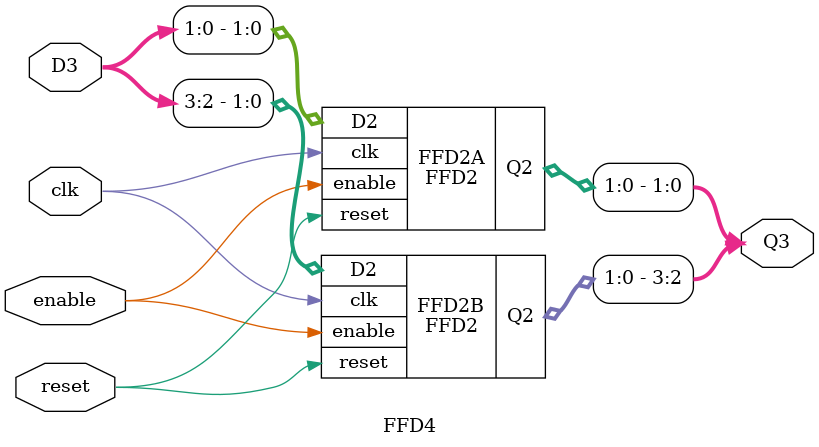
<source format=v>
module FFD(input enable, reset, clk, D, output  reg Q);

always @ (posedge clk, posedge reset)
begin
  begin
  if (reset)
    Q <= 0;
  else if (~enable)
    Q <=Q;
  else
  Q <= D;
  end
end
  endmodule


module FFD2 (input enable, reset, clk, input [1:0] D2, output wire [1:0] Q2 );

  FFD FFDA(enable, reset, clk, D2[0], Q2[0]);
  FFD FFDB(enable, reset, clk, D2[1], Q2[1]);

    endmodule

module FFD4 (input enable, reset, clk, input [3:0] D3, output wire [3:0] Q3);
  FFD2 FFD2A(enable, reset, clk, D3[1:0], Q3[1:0]);
  FFD2 FFD2B(enable, reset, clk, D3[3:2], Q3[3:2]);

  endmodule

</source>
